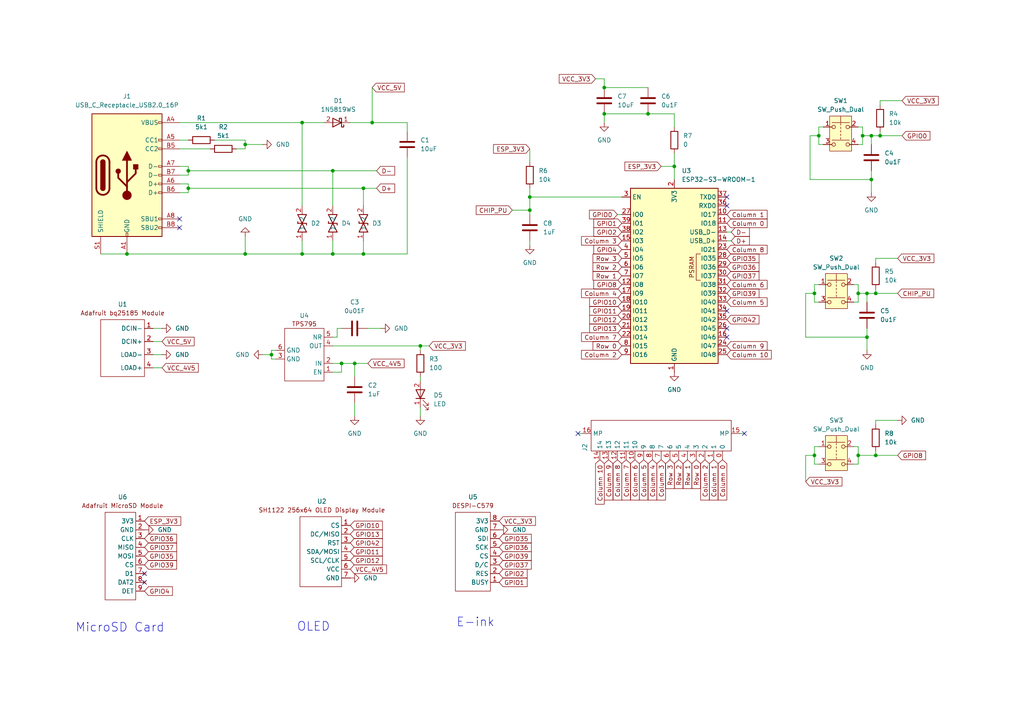
<source format=kicad_sch>
(kicad_sch (version 20250114) (generator "eeschema") (generator_version "9.0")
  (paper "A4")
  (lib_symbols
    (symbol "Connector:USB_C_Receptacle_USB2.0_16P" (pin_names (offset 1.016))
      (property "Reference" "J" (at 0 22.225 0))
      (property "Value" "USB_C_Receptacle_USB2.0_16P" (at 0 19.685 0))
      (symbol "USB_C_Receptacle_USB2.0_16P_0_0"
        (rectangle (start -0.254 -17.78) (end 0.254 -16.764))
        (rectangle (start 10.16 15.494) (end 9.144 14.986))
        (rectangle (start 10.16 10.414) (end 9.144 9.906))
        (rectangle (start 10.16 7.874) (end 9.144 7.366))
        (rectangle (start 10.16 2.794) (end 9.144 2.286))
        (rectangle (start 10.16 0.254) (end 9.144 -0.254))
        (rectangle (start 10.16 -2.286) (end 9.144 -2.794))
        (rectangle (start 10.16 -4.826) (end 9.144 -5.334))
        (rectangle (start 10.16 -12.446) (end 9.144 -12.954))
        (rectangle (start 10.16 -14.986) (end 9.144 -15.494))
      )
      (symbol "USB_C_Receptacle_USB2.0_16P_0_1"
        (rectangle (start -10.16 17.78) (end 10.16 -17.78) (stroke (width 0.254)) (fill (type background)))
        (polyline (pts (xy -8.89 -3.81) (xy -8.89 3.81)) (stroke (width 0.508)))
        (rectangle (start -7.62 -3.81) (end -6.35 3.81) (stroke (width 0.254)) (fill (type outline)))
        (arc (start -7.62 3.81) (mid -6.985 4.4423) (end -6.35 3.81) (stroke (width 0.254)))
        (arc (start -7.62 3.81) (mid -6.985 4.4423) (end -6.35 3.81) (stroke (width 0.254)) (fill (type outline)))
        (arc (start -8.89 3.81) (mid -6.985 5.7067) (end -5.08 3.81) (stroke (width 0.508)))
        (arc (start -5.08 -3.81) (mid -6.985 -5.7067) (end -8.89 -3.81) (stroke (width 0.508)))
        (arc (start -6.35 -3.81) (mid -6.985 -4.4423) (end -7.62 -3.81) (stroke (width 0.254)))
        (arc (start -6.35 -3.81) (mid -6.985 -4.4423) (end -7.62 -3.81) (stroke (width 0.254)) (fill (type outline)))
        (polyline (pts (xy -5.08 3.81) (xy -5.08 -3.81)) (stroke (width 0.508)))
        (circle (center -2.54 1.143) (radius 0.635) (stroke (width 0.254)) (fill (type outline)))
        (polyline (pts (xy -1.27 4.318) (xy 0 6.858) (xy 1.27 4.318) (xy -1.27 4.318)) (stroke (width 0.254)) (fill (type outline)))
        (polyline (pts (xy 0 -2.032) (xy 2.54 0.508) (xy 2.54 1.778)) (stroke (width 0.508)))
        (polyline (pts (xy 0 -3.302) (xy -2.54 -0.762) (xy -2.54 0.508)) (stroke (width 0.508)))
        (polyline (pts (xy 0 -5.842) (xy 0 4.318)) (stroke (width 0.508)))
        (circle (center 0 -5.842) (radius 1.27) (fill (type outline)))
        (rectangle (start 1.905 1.778) (end 3.175 3.048) (stroke (width 0.254)) (fill (type outline)))
      )
      (symbol "USB_C_Receptacle_USB2.0_16P_1_1"
        (pin passive line (at -7.62 -22.86 90) (length 5.08) (name "SHIELD") (number "S1"))
        (pin passive line (at 0 -22.86 90) (length 5.08) (name "GND") (number "A1"))
        (pin passive line (at 0 -22.86 90) (length 5.08) (hide yes) (name "GND") (number "A12"))
        (pin passive line (at 0 -22.86 90) (length 5.08) (hide yes) (name "GND") (number "B1"))
        (pin passive line (at 0 -22.86 90) (length 5.08) (hide yes) (name "GND") (number "B12"))
        (pin passive line (at 15.24 15.24 180) (length 5.08) (name "VBUS") (number "A4"))
        (pin passive line (at 15.24 15.24 180) (length 5.08) (hide yes) (name "VBUS") (number "A9"))
        (pin passive line (at 15.24 15.24 180) (length 5.08) (hide yes) (name "VBUS") (number "B4"))
        (pin passive line (at 15.24 15.24 180) (length 5.08) (hide yes) (name "VBUS") (number "B9"))
        (pin bidirectional line (at 15.24 10.16 180) (length 5.08) (name "CC1") (number "A5"))
        (pin bidirectional line (at 15.24 7.62 180) (length 5.08) (name "CC2") (number "B5"))
        (pin bidirectional line (at 15.24 2.54 180) (length 5.08) (name "D-") (number "A7"))
        (pin bidirectional line (at 15.24 0 180) (length 5.08) (name "D-") (number "B7"))
        (pin bidirectional line (at 15.24 -2.54 180) (length 5.08) (name "D+") (number "A6"))
        (pin bidirectional line (at 15.24 -5.08 180) (length 5.08) (name "D+") (number "B6"))
        (pin bidirectional line (at 15.24 -12.7 180) (length 5.08) (name "SBU1") (number "A8"))
        (pin bidirectional line (at 15.24 -15.24 180) (length 5.08) (name "SBU2") (number "B8"))
      )
    )
    (symbol "Custom:Adafruit_MicroSD_Module"
      (property "Reference" "U" (at 0 29.845 0))
      (symbol "Adafruit_MicroSD_Module_0_1"
        (rectangle (start -5.08 25.4) (end 3.81 0))
      )
      (symbol "Adafruit_MicroSD_Module_1_1"
        (text "Adafruit MicroSD Module" (at 0 27.305 0) (effects (font (size 1.27 1.27))))
        (pin power_in line (at 6.35 22.86 180) (length 2.54) (name "3V3") (number "1"))
        (pin power_in line (at 6.35 20.32 180) (length 2.54) (name "GND") (number "2"))
        (pin input line (at 6.35 17.78 180) (length 2.54) (name "CLK") (number "3"))
        (pin output line (at 6.35 15.24 180) (length 2.54) (name "MISO") (number "4"))
        (pin input line (at 6.35 12.7 180) (length 2.54) (name "MOSI") (number "5"))
        (pin input line (at 6.35 10.16 180) (length 2.54) (name "CS") (number "6"))
        (pin no_connect line (at 6.35 7.62 180) (length 2.54) (name "D1") (number "7"))
        (pin no_connect line (at 6.35 5.08 180) (length 2.54) (name "DAT2") (number "8"))
        (pin output line (at 6.35 2.54 180) (length 2.54) (name "DET") (number "9"))
      )
    )
    (symbol "Custom:Adafruit_bq25185_Module"
      (property "Reference" "U" (at 0 20.955 0))
      (symbol "Adafruit_bq25185_Module_0_1"
        (rectangle (start -6.35 16.51) (end 6.35 0))
      )
      (symbol "Adafruit_bq25185_Module_1_1"
        (text "Adafruit bq25185 Module" (at 0 18.415 0) (effects (font (size 1.27 1.27))))
        (pin input line (at 8.89 13.97 180) (length 2.54) (name "DCIN-") (number "1"))
        (pin output line (at 8.89 10.16 180) (length 2.54) (name "DCIN+") (number "2"))
        (pin input line (at 8.89 6.35 180) (length 2.54) (name "LOAD-") (number "3"))
        (pin output line (at 8.89 2.54 180) (length 2.54) (name "LOAD+") (number "4"))
      )
    )
    (symbol "Custom:DESPI-C579"
      (property "Reference" "U" (at 0 27.305 0))
      (symbol "DESPI-C579_0_1"
        (rectangle (start -5.08 22.86) (end 5.08 0))
      )
      (symbol "DESPI-C579_1_1"
        (text "DESPI-C579" (at 0 24.765 0) (effects (font (size 1.27 1.27))))
        (pin power_in line (at 7.62 20.32 180) (length 2.54) (name "3V3") (number "8"))
        (pin power_in line (at 7.62 17.78 180) (length 2.54) (name "GND") (number "7"))
        (pin input line (at 7.62 15.24 180) (length 2.54) (name "SDI") (number "6"))
        (pin input line (at 7.62 12.7 180) (length 2.54) (name "SCK") (number "5"))
        (pin input line (at 7.62 10.16 180) (length 2.54) (name "CS") (number "4"))
        (pin output line (at 7.62 7.62 180) (length 2.54) (name "D/C") (number "3"))
        (pin input line (at 7.62 5.08 180) (length 2.54) (name "RES") (number "2"))
        (pin output line (at 7.62 2.54 180) (length 2.54) (name "BUSY") (number "1"))
      )
    )
    (symbol "Custom:FPC-1.0FX-15PWCR-H20"
      (property "Reference" "J" (at 7.874 -2.54 0))
      (symbol "FPC-1.0FX-15PWCR-H20_0_1"
        (rectangle (start 0 40.64) (end 8.89 0))
      )
      (symbol "FPC-1.0FX-15PWCR-H20_1_1"
        (pin power_in line (at 3.81 43.18 270) (length 2.54) (name "MP") (number "15"))
        (pin power_in line (at 3.81 -2.54 90) (length 2.54) (name "MP") (number "16"))
        (pin bidirectional line (at 11.43 38.1 180) (length 2.54) (name "0") (number "0"))
        (pin bidirectional line (at 11.43 35.56 180) (length 2.54) (name "1") (number "1"))
        (pin bidirectional line (at 11.43 33.02 180) (length 2.54) (name "2") (number "2"))
        (pin bidirectional line (at 11.43 30.48 180) (length 2.54) (name "3") (number "3"))
        (pin bidirectional line (at 11.43 27.94 180) (length 2.54) (name "4") (number "4"))
        (pin bidirectional line (at 11.43 25.4 180) (length 2.54) (name "5") (number "5"))
        (pin bidirectional line (at 11.43 22.86 180) (length 2.54) (name "6") (number "6"))
        (pin bidirectional line (at 11.43 20.32 180) (length 2.54) (name "7") (number "7"))
        (pin bidirectional line (at 11.43 17.78 180) (length 2.54) (name "8") (number "8"))
        (pin bidirectional line (at 11.43 15.24 180) (length 2.54) (name "9") (number "9"))
        (pin bidirectional line (at 11.43 12.7 180) (length 2.54) (name "10") (number "10"))
        (pin bidirectional line (at 11.43 10.16 180) (length 2.54) (name "11") (number "11"))
        (pin bidirectional line (at 11.43 7.62 180) (length 2.54) (name "12") (number "12"))
        (pin bidirectional line (at 11.43 5.08 180) (length 2.54) (name "13") (number "13"))
        (pin bidirectional line (at 11.43 2.54 180) (length 2.54) (name "14") (number "14"))
      )
    )
    (symbol "Custom:LESD5D5.0CT1G"
      (property "Reference" "D" (at 0 2.54 0))
      (symbol "LESD5D5.0CT1G_0_1"
        (polyline (pts (xy -2.54 -1.27) (xy -2.54 1.27) (xy 0 0) (xy -2.54 -1.27)) (stroke (width 0.254)))
        (polyline (pts (xy -0.508 -1.27) (xy 0 -1.27) (xy 0 1.27)) (stroke (width 0.254)))
        (polyline (pts (xy 0.508 1.27) (xy 0 1.27) (xy 0 1.27)) (stroke (width 0.254)))
        (polyline (pts (xy 2.54 1.27) (xy 2.54 -1.27) (xy 0 0) (xy 2.54 1.27)) (stroke (width 0.254)))
      )
      (symbol "LESD5D5.0CT1G_1_1"
        (pin passive line (at -5.08 0 0) (length 2.54) (name "1") (number "1"))
        (pin passive line (at 5.08 0 180) (length 2.54) (name "2") (number "2"))
      )
    )
    (symbol "Custom:SH1122_256x64_OLED_Display_Module"
      (property "Reference" "U" (at 0 24.765 0))
      (symbol "SH1122_256x64_OLED_Display_Module_0_1"
        (rectangle (start -6.35 20.32) (end 5.715 0))
      )
      (symbol "SH1122_256x64_OLED_Display_Module_1_1"
        (text "SH1122 256x64 OLED Display Module" (at 0 22.225 0) (effects (font (size 1.27 1.27))))
        (pin input line (at 8.255 17.78 180) (length 2.54) (name "CS") (number "1"))
        (pin output line (at 8.255 15.24 180) (length 2.54) (name "DC/MISO") (number "2"))
        (pin input line (at 8.255 12.7 180) (length 2.54) (name "RST") (number "3"))
        (pin input line (at 8.255 10.16 180) (length 2.54) (name "SDA/MOSI") (number "4"))
        (pin input line (at 8.255 7.62 180) (length 2.54) (name "SCL/CLK") (number "5"))
        (pin power_in line (at 8.255 5.08 180) (length 2.54) (name "VCC") (number "6"))
        (pin power_in line (at 8.255 2.54 180) (length 2.54) (name "GND") (number "7"))
      )
    )
    (symbol "Custom:TPS795"
      (property "Reference" "U" (at 0 12.065 0))
      (symbol "TPS795_0_1"
        (rectangle (start -5.715 7.62) (end 5.715 -7.62))
      )
      (symbol "TPS795_1_1"
        (text "TPS795" (at 0 8.89 0) (effects (font (size 1.27 1.27))))
        (pin power_in line (at -8.255 1.27 0) (length 2.54) (name "GND") (number "6"))
        (pin power_in line (at -8.255 -1.27 0) (length 2.54) (name "GND") (number "3"))
        (pin output line (at 8.255 5.08 180) (length 2.54) (name "NR") (number "5"))
        (pin power_out line (at 8.255 2.54 180) (length 2.54) (name "OUT") (number "4"))
        (pin input line (at 8.255 -2.54 180) (length 2.54) (name "IN") (number "2"))
        (pin input line (at 8.255 -5.08 180) (length 2.54) (name "EN") (number "1"))
      )
    )
    (symbol "Device:C" (pin_numbers (hide yes)) (pin_names (offset 0.254))
      (property "Reference" "C" (at 0.635 2.54 0))
      (property "Value" "C" (at 0.635 -2.54 0))
      (symbol "C_0_1"
        (polyline (pts (xy -2.032 0.762) (xy 2.032 0.762)) (stroke (width 0.508)))
        (polyline (pts (xy -2.032 -0.762) (xy 2.032 -0.762)) (stroke (width 0.508)))
      )
      (symbol "C_1_1"
        (pin passive line (at 0 3.81 270) (length 2.794) (name "~") (number "1"))
        (pin passive line (at 0 -3.81 90) (length 2.794) (name "~") (number "2"))
      )
    )
    (symbol "Device:LED" (pin_names (offset 1.016) (hide yes))
      (property "Reference" "D" (at 0 2.54 0))
      (property "Value" "LED" (at 0 -2.54 0))
      (symbol "LED_0_1"
        (polyline (pts (xy -3.048 -0.762) (xy -4.572 -2.286) (xy -3.81 -2.286) (xy -4.572 -2.286) (xy -4.572 -1.524)))
        (polyline (pts (xy -1.778 -0.762) (xy -3.302 -2.286) (xy -2.54 -2.286) (xy -3.302 -2.286) (xy -3.302 -1.524)))
        (polyline (pts (xy -1.27 0) (xy 1.27 0)))
        (polyline (pts (xy -1.27 -1.27) (xy -1.27 1.27)) (stroke (width 0.254)))
        (polyline (pts (xy 1.27 -1.27) (xy 1.27 1.27) (xy -1.27 0) (xy 1.27 -1.27)) (stroke (width 0.254)))
      )
      (symbol "LED_1_1"
        (pin passive line (at -3.81 0 0) (length 2.54) (name "K") (number "1"))
        (pin passive line (at 3.81 0 180) (length 2.54) (name "A") (number "2"))
      )
    )
    (symbol "Device:R" (pin_numbers (hide yes)) (pin_names (offset 0))
      (property "Reference" "R" (at 2.032 0 90))
      (property "Value" "R" (at 0 0 90))
      (symbol "R_0_1"
        (rectangle (start -1.016 -2.54) (end 1.016 2.54) (stroke (width 0.254)))
      )
      (symbol "R_1_1"
        (pin passive line (at 0 3.81 270) (length 1.27) (name "~") (number "1"))
        (pin passive line (at 0 -3.81 90) (length 1.27) (name "~") (number "2"))
      )
    )
    (symbol "Diode:1N5819WS" (pin_names (offset 1.016) (hide yes))
      (property "Reference" "D" (at 0 2.54 0))
      (property "Value" "1N5819WS" (at 0 -2.54 0))
      (symbol "1N5819WS_0_1"
        (polyline (pts (xy -1.905 0.635) (xy -1.905 1.27) (xy -1.27 1.27) (xy -1.27 -1.27) (xy -0.635 -1.27) (xy -0.635 -0.635)) (stroke (width 0.254)))
        (polyline (pts (xy 1.27 1.27) (xy 1.27 -1.27) (xy -1.27 0) (xy 1.27 1.27)) (stroke (width 0.254)))
        (polyline (pts (xy 1.27 0) (xy -1.27 0)))
      )
      (symbol "1N5819WS_1_1"
        (pin passive line (at -3.81 0 0) (length 2.54) (name "K") (number "1"))
        (pin passive line (at 3.81 0 180) (length 2.54) (name "A") (number "2"))
      )
    )
    (symbol "RF_Module:ESP32-S3-WROOM-1"
      (property "Reference" "U" (at -12.7 26.67 0))
      (property "Value" "ESP32-S3-WROOM-1" (at 12.7 26.67 0))
      (symbol "ESP32-S3-WROOM-1_0_0"
        (rectangle (start -12.7 25.4) (end 12.7 -25.4) (stroke (width 0.254)) (fill (type background)))
        (text "PSRAM" (at 5.08 2.54 900) (effects (font (size 1.27 1.27))))
      )
      (symbol "ESP32-S3-WROOM-1_0_1"
        (polyline (pts (xy 7.62 -1.27) (xy 6.35 -1.27) (xy 6.35 6.35) (xy 7.62 6.35)))
      )
      (symbol "ESP32-S3-WROOM-1_1_1"
        (pin input line (at -15.24 22.86 0) (length 2.54) (name "EN") (number "3"))
        (pin bidirectional line (at -15.24 17.78 0) (length 2.54) (name "IO0") (number "27"))
        (pin bidirectional line (at -15.24 15.24 0) (length 2.54) (name "IO1") (number "39"))
        (pin bidirectional line (at -15.24 12.7 0) (length 2.54) (name "IO2") (number "38"))
        (pin bidirectional line (at -15.24 10.16 0) (length 2.54) (name "IO3") (number "15"))
        (pin bidirectional line (at -15.24 7.62 0) (length 2.54) (name "IO4") (number "4"))
        (pin bidirectional line (at -15.24 5.08 0) (length 2.54) (name "IO5") (number "5"))
        (pin bidirectional line (at -15.24 2.54 0) (length 2.54) (name "IO6") (number "6"))
        (pin bidirectional line (at -15.24 0 0) (length 2.54) (name "IO7") (number "7"))
        (pin bidirectional line (at -15.24 -2.54 0) (length 2.54) (name "IO8") (number "12"))
        (pin bidirectional line (at -15.24 -5.08 0) (length 2.54) (name "IO9") (number "17"))
        (pin bidirectional line (at -15.24 -7.62 0) (length 2.54) (name "IO10") (number "18"))
        (pin bidirectional line (at -15.24 -10.16 0) (length 2.54) (name "IO11") (number "19"))
        (pin bidirectional line (at -15.24 -12.7 0) (length 2.54) (name "IO12") (number "20"))
        (pin bidirectional line (at -15.24 -15.24 0) (length 2.54) (name "IO13") (number "21"))
        (pin bidirectional line (at -15.24 -17.78 0) (length 2.54) (name "IO14") (number "22"))
        (pin bidirectional line (at -15.24 -20.32 0) (length 2.54) (name "IO15") (number "8"))
        (pin bidirectional line (at -15.24 -22.86 0) (length 2.54) (name "IO16") (number "9"))
        (pin power_in line (at 0 27.94 270) (length 2.54) (name "3V3") (number "2"))
        (pin power_in line (at 0 -27.94 90) (length 2.54) (name "GND") (number "1"))
        (pin passive line (at 0 -27.94 90) (length 2.54) (hide yes) (name "GND") (number "40"))
        (pin passive line (at 0 -27.94 90) (length 2.54) (hide yes) (name "GND") (number "41"))
        (pin bidirectional line (at 15.24 22.86 180) (length 2.54) (name "TXD0") (number "37"))
        (pin bidirectional line (at 15.24 20.32 180) (length 2.54) (name "RXD0") (number "36"))
        (pin bidirectional line (at 15.24 17.78 180) (length 2.54) (name "IO17") (number "10"))
        (pin bidirectional line (at 15.24 15.24 180) (length 2.54) (name "IO18") (number "11"))
        (pin bidirectional line (at 15.24 12.7 180) (length 2.54) (name "USB_D-") (number "13"))
        (pin bidirectional line (at 15.24 10.16 180) (length 2.54) (name "USB_D+") (number "14"))
        (pin bidirectional line (at 15.24 7.62 180) (length 2.54) (name "IO21") (number "23"))
        (pin bidirectional line (at 15.24 5.08 180) (length 2.54) (name "IO35") (number "28"))
        (pin bidirectional line (at 15.24 2.54 180) (length 2.54) (name "IO36") (number "29"))
        (pin bidirectional line (at 15.24 0 180) (length 2.54) (name "IO37") (number "30"))
        (pin bidirectional line (at 15.24 -2.54 180) (length 2.54) (name "IO38") (number "31"))
        (pin bidirectional line (at 15.24 -5.08 180) (length 2.54) (name "IO39") (number "32"))
        (pin bidirectional line (at 15.24 -7.62 180) (length 2.54) (name "IO40") (number "33"))
        (pin bidirectional line (at 15.24 -10.16 180) (length 2.54) (name "IO41") (number "34"))
        (pin bidirectional line (at 15.24 -12.7 180) (length 2.54) (name "IO42") (number "35"))
        (pin bidirectional line (at 15.24 -15.24 180) (length 2.54) (name "IO45") (number "26"))
        (pin bidirectional line (at 15.24 -17.78 180) (length 2.54) (name "IO46") (number "16"))
        (pin bidirectional line (at 15.24 -20.32 180) (length 2.54) (name "IO47") (number "24"))
        (pin bidirectional line (at 15.24 -22.86 180) (length 2.54) (name "IO48") (number "25"))
      )
    )
    (symbol "Switch:SW_Push_Dual" (pin_names (offset 1.016) (hide yes))
      (property "Reference" "SW" (at 0 7.62 0))
      (property "Value" "SW_Push_Dual" (at 0 -6.35 0))
      (symbol "SW_Push_Dual_0_1"
        (circle (center -2.032 2.54) (radius 0.508))
        (circle (center -2.032 -2.54) (radius 0.508))
        (polyline (pts (xy 0 3.81) (xy 0 5.588)))
        (polyline (pts (xy 0 3.048) (xy 0 3.556)))
        (polyline (pts (xy 0 2.032) (xy 0 2.54)))
        (polyline (pts (xy 0 1.016) (xy 0 1.524)))
        (polyline (pts (xy 0 0.508) (xy 0 0)))
        (polyline (pts (xy 0 -0.508) (xy 0 -1.016)))
        (circle (center 2.032 2.54) (radius 0.508))
        (circle (center 2.032 -2.54) (radius 0.508))
        (polyline (pts (xy 2.54 3.81) (xy -2.54 3.81)))
        (polyline (pts (xy 2.54 -1.27) (xy -2.54 -1.27)))
        (pin passive line (at -5.08 2.54 0) (length 2.54) (name "1") (number "1"))
        (pin passive line (at -5.08 -2.54 0) (length 2.54) (name "3") (number "3"))
        (pin passive line (at 5.08 2.54 180) (length 2.54) (name "2") (number "2"))
        (pin passive line (at 5.08 -2.54 180) (length 2.54) (name "4") (number "4"))
      )
      (symbol "SW_Push_Dual_1_1"
        (rectangle (start -3.175 5.715) (end 3.175 -4.445) (fill (type background)))
      )
    )
    (symbol "power:GND" (power) (pin_numbers (hide yes)) (pin_names (offset 0) (hide yes))
      (property "Value" "GND" (at 0 -3.81 0))
      (symbol "GND_0_1"
        (polyline (pts (xy 0 0) (xy 0 -1.27) (xy 1.27 -1.27) (xy 0 -2.54) (xy -1.27 -1.27) (xy 0 -1.27)))
      )
      (symbol "GND_1_1"
        (pin power_in line (at 0 0 270) (length 0) (name "~") (number "1"))
      )
    )
  )
  (text "MicroSD Card" (at 34.798 182.118 0) (effects (font (size 2.54 2.54))))
  (text "OLED" (at 90.932 181.864 0) (effects (font (size 2.54 2.54))))
  (text "E-ink" (at 137.922 180.594 0) (effects (font (size 2.54 2.54))))
  (junction (at 107.95 35.56))
  (junction (at 236.22 85.09))
  (junction (at 252.73 39.37))
  (junction (at 254 85.09))
  (junction (at 254 132.08))
  (junction (at 195.58 48.26))
  (junction (at 96.52 49.53))
  (junction (at 71.12 73.66))
  (junction (at 175.26 33.02))
  (junction (at 251.46 97.79))
  (junction (at 175.26 25.4))
  (junction (at 96.52 73.66))
  (junction (at 153.67 60.96))
  (junction (at 54.61 49.53))
  (junction (at 102.87 105.41))
  (junction (at 252.73 52.07))
  (junction (at 255.27 39.37))
  (junction (at 87.63 35.56))
  (junction (at 87.63 73.66))
  (junction (at 105.41 54.61))
  (junction (at 187.96 33.02))
  (junction (at 248.92 85.09))
  (junction (at 121.92 100.33))
  (junction (at 78.74 102.87))
  (junction (at 237.49 39.37))
  (junction (at 105.41 73.66))
  (junction (at 248.92 132.08))
  (junction (at 236.22 132.08))
  (junction (at 251.46 85.09))
  (junction (at 54.61 54.61))
  (junction (at 99.06 105.41))
  (junction (at 250.19 39.37))
  (junction (at 36.83 73.66))
  (junction (at 153.67 57.15))
  (junction (at 71.12 41.91))
  (no_connect (at 167.64 125.73))
  (no_connect (at 52.07 66.04))
  (no_connect (at 210.82 90.17))
  (no_connect (at 210.82 97.79))
  (no_connect (at 210.82 95.25))
  (no_connect (at 210.82 59.69))
  (no_connect (at 210.82 57.15))
  (no_connect (at 52.07 63.5))
  (no_connect (at 215.9 125.73))
  (no_connect (at 41.91 166.37))
  (no_connect (at 41.91 168.91))
  (wire (pts (xy 215.9 125.73) (xy 214.63 125.73)))
  (wire (pts (xy 105.41 69.85) (xy 105.41 73.66)))
  (wire (pts (xy 252.73 52.07) (xy 252.73 55.88)))
  (wire (pts (xy 78.74 102.87) (xy 78.74 104.14)))
  (wire (pts (xy 54.61 54.61) (xy 105.41 54.61)))
  (wire (pts (xy 71.12 43.18) (xy 71.12 41.91)))
  (wire (pts (xy 248.92 132.08) (xy 248.92 134.62)))
  (wire (pts (xy 153.67 71.12) (xy 153.67 69.85)))
  (wire (pts (xy 248.92 132.08) (xy 254 132.08)))
  (wire (pts (xy 255.27 29.21) (xy 255.27 30.48)))
  (wire (pts (xy 195.58 33.02) (xy 195.58 36.83)))
  (wire (pts (xy 255.27 39.37) (xy 261.62 39.37)))
  (wire (pts (xy 96.52 49.53) (xy 109.22 49.53)))
  (wire (pts (xy 248.92 129.54) (xy 248.92 132.08)))
  (wire (pts (xy 97.79 95.25) (xy 99.06 95.25)))
  (wire (pts (xy 153.67 57.15) (xy 153.67 60.96)))
  (wire (pts (xy 96.52 100.33) (xy 121.92 100.33)))
  (wire (pts (xy 237.49 82.55) (xy 236.22 82.55)))
  (wire (pts (xy 191.77 48.26) (xy 195.58 48.26)))
  (wire (pts (xy 96.52 107.95) (xy 99.06 107.95)))
  (wire (pts (xy 105.41 73.66) (xy 118.11 73.66)))
  (wire (pts (xy 237.49 129.54) (xy 236.22 129.54)))
  (wire (pts (xy 46.99 102.87) (xy 44.45 102.87)))
  (wire (pts (xy 153.67 57.15) (xy 180.34 57.15)))
  (wire (pts (xy 212.09 69.85) (xy 210.82 69.85)))
  (wire (pts (xy 118.11 73.66) (xy 118.11 45.72)))
  (wire (pts (xy 254 83.82) (xy 254 85.09)))
  (wire (pts (xy 195.58 33.02) (xy 187.96 33.02)))
  (wire (pts (xy 153.67 46.99) (xy 153.67 43.18)))
  (wire (pts (xy 237.49 41.91) (xy 238.76 41.91)))
  (wire (pts (xy 148.59 60.96) (xy 153.67 60.96)))
  (wire (pts (xy 251.46 85.09) (xy 251.46 87.63)))
  (wire (pts (xy 254 132.08) (xy 260.35 132.08)))
  (wire (pts (xy 247.65 134.62) (xy 248.92 134.62)))
  (wire (pts (xy 167.64 125.73) (xy 168.91 125.73)))
  (wire (pts (xy 105.41 54.61) (xy 109.22 54.61)))
  (wire (pts (xy 236.22 134.62) (xy 237.49 134.62)))
  (wire (pts (xy 52.07 43.18) (xy 60.96 43.18)))
  (wire (pts (xy 195.58 52.07) (xy 195.58 48.26)))
  (wire (pts (xy 121.92 109.22) (xy 121.92 110.49)))
  (wire (pts (xy 54.61 49.53) (xy 54.61 50.8)))
  (wire (pts (xy 36.83 73.66) (xy 71.12 73.66)))
  (wire (pts (xy 105.41 54.61) (xy 105.41 59.69)))
  (wire (pts (xy 153.67 62.23) (xy 153.67 60.96)))
  (wire (pts (xy 44.45 95.25) (xy 46.99 95.25)))
  (wire (pts (xy 260.35 74.93) (xy 254 74.93)))
  (wire (pts (xy 251.46 85.09) (xy 254 85.09)))
  (wire (pts (xy 54.61 53.34) (xy 54.61 54.61)))
  (wire (pts (xy 80.01 101.6) (xy 78.74 101.6)))
  (wire (pts (xy 153.67 54.61) (xy 153.67 57.15)))
  (wire (pts (xy 254 121.92) (xy 254 123.19)))
  (wire (pts (xy 238.76 36.83) (xy 237.49 36.83)))
  (wire (pts (xy 247.65 129.54) (xy 248.92 129.54)))
  (wire (pts (xy 250.19 39.37) (xy 250.19 41.91)))
  (wire (pts (xy 195.58 44.45) (xy 195.58 48.26)))
  (wire (pts (xy 175.26 35.56) (xy 175.26 33.02)))
  (wire (pts (xy 121.92 118.11) (xy 121.92 120.65)))
  (wire (pts (xy 121.92 100.33) (xy 121.92 101.6)))
  (wire (pts (xy 233.68 97.79) (xy 251.46 97.79)))
  (wire (pts (xy 96.52 105.41) (xy 99.06 105.41)))
  (wire (pts (xy 175.26 33.02) (xy 187.96 33.02)))
  (wire (pts (xy 247.65 87.63) (xy 248.92 87.63)))
  (wire (pts (xy 248.92 41.91) (xy 250.19 41.91)))
  (wire (pts (xy 97.79 97.79) (xy 96.52 97.79)))
  (wire (pts (xy 233.68 132.08) (xy 233.68 139.7)))
  (wire (pts (xy 52.07 53.34) (xy 54.61 53.34)))
  (wire (pts (xy 236.22 85.09) (xy 233.68 85.09)))
  (wire (pts (xy 107.95 25.4) (xy 107.95 35.56)))
  (wire (pts (xy 107.95 35.56) (xy 118.11 35.56)))
  (wire (pts (xy 250.19 36.83) (xy 250.19 39.37)))
  (wire (pts (xy 52.07 40.64) (xy 54.61 40.64)))
  (wire (pts (xy 102.87 116.84) (xy 102.87 120.65)))
  (wire (pts (xy 237.49 36.83) (xy 237.49 39.37)))
  (wire (pts (xy 254 130.81) (xy 254 132.08)))
  (wire (pts (xy 99.06 105.41) (xy 99.06 107.95)))
  (wire (pts (xy 252.73 39.37) (xy 255.27 39.37)))
  (wire (pts (xy 233.68 85.09) (xy 233.68 97.79)))
  (wire (pts (xy 255.27 38.1) (xy 255.27 39.37)))
  (wire (pts (xy 71.12 43.18) (xy 68.58 43.18)))
  (wire (pts (xy 87.63 35.56) (xy 87.63 59.69)))
  (wire (pts (xy 172.72 22.86) (xy 175.26 22.86)))
  (wire (pts (xy 175.26 25.4) (xy 187.96 25.4)))
  (wire (pts (xy 260.35 121.92) (xy 254 121.92)))
  (wire (pts (xy 106.68 95.25) (xy 110.49 95.25)))
  (wire (pts (xy 99.06 105.41) (xy 102.87 105.41)))
  (wire (pts (xy 254 85.09) (xy 260.35 85.09)))
  (wire (pts (xy 234.95 39.37) (xy 234.95 52.07)))
  (wire (pts (xy 97.79 95.25) (xy 97.79 97.79)))
  (wire (pts (xy 102.87 105.41) (xy 102.87 109.22)))
  (wire (pts (xy 248.92 85.09) (xy 248.92 87.63)))
  (wire (pts (xy 252.73 52.07) (xy 252.73 49.53)))
  (wire (pts (xy 71.12 40.64) (xy 62.23 40.64)))
  (wire (pts (xy 236.22 132.08) (xy 236.22 134.62)))
  (wire (pts (xy 179.07 62.23) (xy 180.34 62.23)))
  (wire (pts (xy 96.52 49.53) (xy 96.52 59.69)))
  (wire (pts (xy 248.92 85.09) (xy 251.46 85.09)))
  (wire (pts (xy 118.11 35.56) (xy 118.11 38.1)))
  (wire (pts (xy 87.63 73.66) (xy 96.52 73.66)))
  (wire (pts (xy 76.2 41.91) (xy 71.12 41.91)))
  (wire (pts (xy 78.74 101.6) (xy 78.74 102.87)))
  (wire (pts (xy 237.49 39.37) (xy 237.49 41.91)))
  (wire (pts (xy 52.07 48.26) (xy 54.61 48.26)))
  (wire (pts (xy 96.52 73.66) (xy 105.41 73.66)))
  (wire (pts (xy 54.61 54.61) (xy 54.61 55.88)))
  (wire (pts (xy 237.49 39.37) (xy 234.95 39.37)))
  (wire (pts (xy 76.2 102.87) (xy 78.74 102.87)))
  (wire (pts (xy 236.22 85.09) (xy 236.22 87.63)))
  (wire (pts (xy 78.74 104.14) (xy 80.01 104.14)))
  (wire (pts (xy 102.87 105.41) (xy 106.68 105.41)))
  (wire (pts (xy 248.92 36.83) (xy 250.19 36.83)))
  (wire (pts (xy 250.19 39.37) (xy 252.73 39.37)))
  (wire (pts (xy 254 74.93) (xy 254 76.2)))
  (wire (pts (xy 87.63 35.56) (xy 93.98 35.56)))
  (wire (pts (xy 96.52 69.85) (xy 96.52 73.66)))
  (wire (pts (xy 29.21 73.66) (xy 36.83 73.66)))
  (wire (pts (xy 71.12 73.66) (xy 87.63 73.66)))
  (wire (pts (xy 248.92 82.55) (xy 248.92 85.09)))
  (wire (pts (xy 251.46 97.79) (xy 251.46 95.25)))
  (wire (pts (xy 252.73 39.37) (xy 252.73 41.91)))
  (wire (pts (xy 52.07 35.56) (xy 87.63 35.56)))
  (wire (pts (xy 44.45 99.06) (xy 46.99 99.06)))
  (wire (pts (xy 46.99 106.68) (xy 44.45 106.68)))
  (wire (pts (xy 236.22 132.08) (xy 233.68 132.08)))
  (wire (pts (xy 54.61 49.53) (xy 96.52 49.53)))
  (wire (pts (xy 236.22 82.55) (xy 236.22 85.09)))
  (wire (pts (xy 234.95 52.07) (xy 252.73 52.07)))
  (wire (pts (xy 101.6 35.56) (xy 107.95 35.56)))
  (wire (pts (xy 175.26 22.86) (xy 175.26 25.4)))
  (wire (pts (xy 71.12 41.91) (xy 71.12 40.64)))
  (wire (pts (xy 121.92 100.33) (xy 124.46 100.33)))
  (wire (pts (xy 54.61 48.26) (xy 54.61 49.53)))
  (wire (pts (xy 52.07 55.88) (xy 54.61 55.88)))
  (wire (pts (xy 71.12 68.58) (xy 71.12 73.66)))
  (wire (pts (xy 212.09 67.31) (xy 210.82 67.31)))
  (wire (pts (xy 251.46 97.79) (xy 251.46 101.6)))
  (wire (pts (xy 261.62 29.21) (xy 255.27 29.21)))
  (wire (pts (xy 236.22 87.63) (xy 237.49 87.63)))
  (wire (pts (xy 87.63 69.85) (xy 87.63 73.66)))
  (wire (pts (xy 54.61 50.8) (xy 52.07 50.8)))
  (wire (pts (xy 247.65 82.55) (xy 248.92 82.55)))
  (wire (pts (xy 236.22 129.54) (xy 236.22 132.08)))
  (global_label "Column 9" (shape input) (at 210.82 100.33 0) (property "Intersheetrefs" "${INTERSHEET_REFS}" (effects (hide yes))))
  (global_label "Column 1" (shape input) (at 207.01 133.35 270) (property "Intersheetrefs" "${INTERSHEET_REFS}" (effects (hide yes))))
  (global_label "Row 2" (shape input) (at 180.34 77.47 180) (property "Intersheetrefs" "${INTERSHEET_REFS}" (effects (hide yes))))
  (global_label "Column 8" (shape input) (at 210.82 72.39 0) (property "Intersheetrefs" "${INTERSHEET_REFS}" (effects (hide yes))))
  (global_label "VCC_5V" (shape input) (at 46.99 99.06 0) (property "Intersheetrefs" "${INTERSHEET_REFS}" (effects (hide yes))))
  (global_label "Row 3" (shape input) (at 194.31 133.35 270) (property "Intersheetrefs" "${INTERSHEET_REFS}" (effects (hide yes))))
  (global_label "GPIO4" (shape input) (at 180.34 72.39 180) (property "Intersheetrefs" "${INTERSHEET_REFS}" (effects (hide yes))))
  (global_label "Row 3" (shape input) (at 180.34 74.93 180) (property "Intersheetrefs" "${INTERSHEET_REFS}" (effects (hide yes))))
  (global_label "GPIO39" (shape input) (at 144.78 161.29 0) (property "Intersheetrefs" "${INTERSHEET_REFS}" (effects (hide yes))))
  (global_label "Column 9" (shape input) (at 176.53 133.35 270) (property "Intersheetrefs" "${INTERSHEET_REFS}" (effects (hide yes))))
  (global_label "Column 4" (shape input) (at 189.23 133.35 270) (property "Intersheetrefs" "${INTERSHEET_REFS}" (effects (hide yes))))
  (global_label "GPIO39" (shape input) (at 41.91 163.83 0) (property "Intersheetrefs" "${INTERSHEET_REFS}" (effects (hide yes))))
  (global_label "GPIO12" (shape input) (at 180.34 92.71 180) (property "Intersheetrefs" "${INTERSHEET_REFS}" (effects (hide yes))))
  (global_label "GPIO10" (shape input) (at 180.34 87.63 180) (property "Intersheetrefs" "${INTERSHEET_REFS}" (effects (hide yes))))
  (global_label "ESP_3V3" (shape input) (at 153.67 43.18 180) (property "Intersheetrefs" "${INTERSHEET_REFS}" (effects (hide yes))))
  (global_label "GPIO35" (shape input) (at 144.78 156.21 0) (property "Intersheetrefs" "${INTERSHEET_REFS}" (effects (hide yes))))
  (global_label "CHIP_PU" (shape input) (at 148.59 60.96 180) (property "Intersheetrefs" "${INTERSHEET_REFS}" (effects (hide yes))))
  (global_label "Row 0" (shape input) (at 180.34 100.33 180) (property "Intersheetrefs" "${INTERSHEET_REFS}" (effects (hide yes))))
  (global_label "GPIO1" (shape input) (at 180.34 64.77 180) (property "Intersheetrefs" "${INTERSHEET_REFS}" (effects (hide yes))))
  (global_label "GPIO0" (shape input) (at 261.62 39.37 0) (property "Intersheetrefs" "${INTERSHEET_REFS}" (effects (hide yes))))
  (global_label "GPIO2" (shape input) (at 144.78 166.37 0) (property "Intersheetrefs" "${INTERSHEET_REFS}" (effects (hide yes))))
  (global_label "Column 2" (shape input) (at 204.47 133.35 270) (property "Intersheetrefs" "${INTERSHEET_REFS}" (effects (hide yes))))
  (global_label "GPIO37" (shape input) (at 144.78 163.83 0) (property "Intersheetrefs" "${INTERSHEET_REFS}" (effects (hide yes))))
  (global_label "GPIO0" (shape input) (at 179.07 62.23 180) (property "Intersheetrefs" "${INTERSHEET_REFS}" (effects (hide yes))))
  (global_label "Column 6" (shape input) (at 210.82 82.55 0) (property "Intersheetrefs" "${INTERSHEET_REFS}" (effects (hide yes))))
  (global_label "GPIO13" (shape input) (at 180.34 95.25 180) (property "Intersheetrefs" "${INTERSHEET_REFS}" (effects (hide yes))))
  (global_label "Column 0" (shape input) (at 210.82 64.77 0) (property "Intersheetrefs" "${INTERSHEET_REFS}" (effects (hide yes))))
  (global_label "GPIO11" (shape input) (at 101.6 160.02 0) (property "Intersheetrefs" "${INTERSHEET_REFS}" (effects (hide yes))))
  (global_label "D-" (shape input) (at 212.09 67.31 0) (property "Intersheetrefs" "${INTERSHEET_REFS}" (effects (hide yes))))
  (global_label "GPIO37" (shape input) (at 41.91 158.75 0) (property "Intersheetrefs" "${INTERSHEET_REFS}" (effects (hide yes))))
  (global_label "Row 2" (shape input) (at 196.85 133.35 270) (property "Intersheetrefs" "${INTERSHEET_REFS}" (effects (hide yes))))
  (global_label "VCC_4V5" (shape input) (at 101.6 165.1 0) (property "Intersheetrefs" "${INTERSHEET_REFS}" (effects (hide yes))))
  (global_label "Column 8" (shape input) (at 179.07 133.35 270) (property "Intersheetrefs" "${INTERSHEET_REFS}" (effects (hide yes))))
  (global_label "VCC_4V5" (shape input) (at 46.99 106.68 0) (property "Intersheetrefs" "${INTERSHEET_REFS}" (effects (hide yes))))
  (global_label "Column 7" (shape input) (at 180.34 97.79 180) (property "Intersheetrefs" "${INTERSHEET_REFS}" (effects (hide yes))))
  (global_label "Row 1" (shape input) (at 199.39 133.35 270) (property "Intersheetrefs" "${INTERSHEET_REFS}" (effects (hide yes))))
  (global_label "GPIO42" (shape input) (at 210.82 92.71 0) (property "Intersheetrefs" "${INTERSHEET_REFS}" (effects (hide yes))))
  (global_label "GPIO1" (shape input) (at 144.78 168.91 0) (property "Intersheetrefs" "${INTERSHEET_REFS}" (effects (hide yes))))
  (global_label "Row 0" (shape input) (at 201.93 133.35 270) (property "Intersheetrefs" "${INTERSHEET_REFS}" (effects (hide yes))))
  (global_label "Column 5" (shape input) (at 210.82 87.63 0) (property "Intersheetrefs" "${INTERSHEET_REFS}" (effects (hide yes))))
  (global_label "GPIO36" (shape input) (at 144.78 158.75 0) (property "Intersheetrefs" "${INTERSHEET_REFS}" (effects (hide yes))))
  (global_label "Column 5" (shape input) (at 186.69 133.35 270) (property "Intersheetrefs" "${INTERSHEET_REFS}" (effects (hide yes))))
  (global_label "Column 2" (shape input) (at 180.34 102.87 180) (property "Intersheetrefs" "${INTERSHEET_REFS}" (effects (hide yes))))
  (global_label "CHIP_PU" (shape input) (at 260.35 85.09 0) (property "Intersheetrefs" "${INTERSHEET_REFS}" (effects (hide yes))))
  (global_label "Column 10" (shape input) (at 210.82 102.87 0) (property "Intersheetrefs" "${INTERSHEET_REFS}" (effects (hide yes))))
  (global_label "VCC_3V3" (shape input) (at 260.35 74.93 0) (property "Intersheetrefs" "${INTERSHEET_REFS}" (effects (hide yes))))
  (global_label "VCC_3V3" (shape input) (at 261.62 29.21 0) (property "Intersheetrefs" "${INTERSHEET_REFS}" (effects (hide yes))))
  (global_label "GPIO13" (shape input) (at 101.6 154.94 0) (property "Intersheetrefs" "${INTERSHEET_REFS}" (effects (hide yes))))
  (global_label "GPIO11" (shape input) (at 180.34 90.17 180) (property "Intersheetrefs" "${INTERSHEET_REFS}" (effects (hide yes))))
  (global_label "ESP_3V3" (shape input) (at 191.77 48.26 180) (property "Intersheetrefs" "${INTERSHEET_REFS}" (effects (hide yes))))
  (global_label "GPIO8" (shape input) (at 180.34 82.55 180) (property "Intersheetrefs" "${INTERSHEET_REFS}" (effects (hide yes))))
  (global_label "Column 6" (shape input) (at 184.15 133.35 270) (property "Intersheetrefs" "${INTERSHEET_REFS}" (effects (hide yes))))
  (global_label "Column 3" (shape input) (at 180.34 69.85 180) (property "Intersheetrefs" "${INTERSHEET_REFS}" (effects (hide yes))))
  (global_label "Column 1" (shape input) (at 210.82 62.23 0) (property "Intersheetrefs" "${INTERSHEET_REFS}" (effects (hide yes))))
  (global_label "GPIO8" (shape input) (at 260.35 132.08 0) (property "Intersheetrefs" "${INTERSHEET_REFS}" (effects (hide yes))))
  (global_label "Column 4" (shape input) (at 180.34 85.09 180) (property "Intersheetrefs" "${INTERSHEET_REFS}" (effects (hide yes))))
  (global_label "GPIO10" (shape input) (at 101.6 152.4 0) (property "Intersheetrefs" "${INTERSHEET_REFS}" (effects (hide yes))))
  (global_label "Column 7" (shape input) (at 181.61 133.35 270) (property "Intersheetrefs" "${INTERSHEET_REFS}" (effects (hide yes))))
  (global_label "Row 1" (shape input) (at 180.34 80.01 180) (property "Intersheetrefs" "${INTERSHEET_REFS}" (effects (hide yes))))
  (global_label "ESP_3V3" (shape input) (at 41.91 151.13 0) (property "Intersheetrefs" "${INTERSHEET_REFS}" (effects (hide yes))))
  (global_label "VCC_4V5" (shape input) (at 106.68 105.41 0) (property "Intersheetrefs" "${INTERSHEET_REFS}" (effects (hide yes))))
  (global_label "Column 3" (shape input) (at 191.77 133.35 270) (property "Intersheetrefs" "${INTERSHEET_REFS}" (effects (hide yes))))
  (global_label "GPIO35" (shape input) (at 210.82 74.93 0) (property "Intersheetrefs" "${INTERSHEET_REFS}" (effects (hide yes))))
  (global_label "GPIO36" (shape input) (at 210.82 77.47 0) (property "Intersheetrefs" "${INTERSHEET_REFS}" (effects (hide yes))))
  (global_label "GPIO37" (shape input) (at 210.82 80.01 0) (property "Intersheetrefs" "${INTERSHEET_REFS}" (effects (hide yes))))
  (global_label "GPIO39" (shape input) (at 210.82 85.09 0) (property "Intersheetrefs" "${INTERSHEET_REFS}" (effects (hide yes))))
  (global_label "Column 0" (shape input) (at 209.55 133.35 270) (property "Intersheetrefs" "${INTERSHEET_REFS}" (effects (hide yes))))
  (global_label "GPIO12" (shape input) (at 101.6 162.56 0) (property "Intersheetrefs" "${INTERSHEET_REFS}" (effects (hide yes))))
  (global_label "VCC_3V3" (shape input) (at 233.68 139.7 0) (property "Intersheetrefs" "${INTERSHEET_REFS}" (effects (hide yes))))
  (global_label "VCC_3V3" (shape input) (at 144.78 151.13 0) (property "Intersheetrefs" "${INTERSHEET_REFS}" (effects (hide yes))))
  (global_label "VCC_3V3" (shape input) (at 124.46 100.33 0) (property "Intersheetrefs" "${INTERSHEET_REFS}" (effects (hide yes))))
  (global_label "GPIO4" (shape input) (at 41.91 171.45 0) (property "Intersheetrefs" "${INTERSHEET_REFS}" (effects (hide yes))))
  (global_label "D+" (shape input) (at 212.09 69.85 0) (property "Intersheetrefs" "${INTERSHEET_REFS}" (effects (hide yes))))
  (global_label "GPIO36" (shape input) (at 41.91 156.21 0) (property "Intersheetrefs" "${INTERSHEET_REFS}" (effects (hide yes))))
  (global_label "Column 10" (shape input) (at 173.99 133.35 270) (property "Intersheetrefs" "${INTERSHEET_REFS}" (effects (hide yes))))
  (global_label "GPIO42" (shape input) (at 101.6 157.48 0) (property "Intersheetrefs" "${INTERSHEET_REFS}" (effects (hide yes))))
  (global_label "VCC_5V" (shape input) (at 107.95 25.4 0) (property "Intersheetrefs" "${INTERSHEET_REFS}" (effects (hide yes))))
  (global_label "D+" (shape input) (at 109.22 54.61 0) (property "Intersheetrefs" "${INTERSHEET_REFS}" (effects (hide yes))))
  (global_label "VCC_3V3" (shape input) (at 172.72 22.86 180) (property "Intersheetrefs" "${INTERSHEET_REFS}" (effects (hide yes))))
  (global_label "GPIO35" (shape input) (at 41.91 161.29 0) (property "Intersheetrefs" "${INTERSHEET_REFS}" (effects (hide yes))))
  (global_label "D-" (shape input) (at 109.22 49.53 0) (property "Intersheetrefs" "${INTERSHEET_REFS}" (effects (hide yes))))
  (global_label "GPIO2" (shape input) (at 180.34 67.31 180) (property "Intersheetrefs" "${INTERSHEET_REFS}" (effects (hide yes))))
  (symbol (lib_id "power:GND") (at 101.6 167.64 90) (unit 1)
    (property "Reference" "#PWR013" (effects (hide yes)))
    (property "Value" "GND" (at 105.41 167.6399 90) (effects (justify right)))
    (property "Description" "Power symbol creates a global label with name \"GND\" , ground" (effects (hide yes)))
  )
  (symbol (lib_id "Device:R") (at 121.92 105.41 180) (unit 1)
    (property "Reference" "R3" (at 124.46 104.1399 0) (effects (justify right)))
    (property "Value" "100" (at 124.46 106.6799 0) (effects (justify right)))
    (property "Footprint" "Resistor_SMD:R_0805_2012Metric" (effects (hide yes)))
    (property "Description" "Resistor" (effects (hide yes)))
  )
  (symbol (lib_id "Device:R") (at 254 127 180) (unit 1)
    (property "Reference" "R8" (at 256.54 125.7299 0) (effects (justify right)))
    (property "Value" "10k" (at 256.54 128.2699 0) (effects (justify right)))
    (property "Footprint" "Resistor_SMD:R_0805_2012Metric" (effects (hide yes)))
    (property "Description" "Resistor" (effects (hide yes)))
  )
  (symbol (lib_id "Device:C") (at 102.87 113.03 0) (unit 1)
    (property "Reference" "C2" (at 106.68 111.7599 0) (effects (justify left)))
    (property "Value" "1uF" (at 106.68 114.2999 0) (effects (justify left)))
    (property "Footprint" "Capacitor_SMD:C_0805_2012Metric" (effects (hide yes)))
    (property "Description" "Unpolarized capacitor" (effects (hide yes)))
  )
  (symbol (lib_id "Device:R") (at 195.58 40.64 180) (unit 1)
    (property "Reference" "R7" (at 198.12 39.3699 0) (effects (justify right)))
    (property "Value" "0" (at 198.12 41.9099 0) (effects (justify right)))
    (property "Footprint" "Resistor_SMD:R_0805_2012Metric" (effects (hide yes)))
    (property "Description" "Resistor" (effects (hide yes)))
  )
  (symbol (lib_id "power:GND") (at 153.67 71.12 0) (unit 1)
    (property "Reference" "#PWR012" (effects (hide yes)))
    (property "Value" "GND" (at 153.67 76.2 0))
    (property "Description" "Power symbol creates a global label with name \"GND\" , ground" (effects (hide yes)))
  )
  (symbol (lib_id "Diode:1N5819WS") (at 97.79 35.56 180) (unit 1)
    (property "Reference" "D1" (at 98.1075 29.21 0))
    (property "Value" "1N5819WS" (at 98.1075 31.75 0))
    (property "Footprint" "Custom:1N5819HW-7-F" (effects (hide yes)))
    (property "Datasheet" "https://datasheet.lcsc.com/lcsc/2204281430_Guangdong-Hottech-1N5819WS_C191023.pdf" (effects (hide yes)))
    (property "Description" "40V 600mV@1A 1A SOD-323 Schottky Barrier Diodes, SOD-323" (effects (hide yes)))
  )
  (symbol (lib_id "Switch:SW_Push_Dual") (at 243.84 39.37 0) (unit 1)
    (property "Reference" "SW1" (at 243.84 29.21 0))
    (property "Value" "SW_Push_Dual" (at 243.84 31.75 0))
    (property "Footprint" "Custom:B3F-1000" (effects (hide yes)))
    (property "Description" "Push button switch, generic, symbol, four pins" (effects (hide yes)))
  )
  (symbol (lib_id "power:GND") (at 144.78 153.67 90) (unit 1)
    (property "Reference" "#PWR014" (effects (hide yes)))
    (property "Value" "GND" (at 148.59 153.6699 90) (effects (justify right)))
    (property "Description" "Power symbol creates a global label with name \"GND\" , ground" (effects (hide yes)))
  )
  (symbol (lib_id "Device:C") (at 175.26 29.21 0) (unit 1)
    (property "Reference" "C7" (at 179.07 27.9399 0) (effects (justify left)))
    (property "Value" "10uF" (at 179.07 30.4799 0) (effects (justify left)))
    (property "Footprint" "Capacitor_SMD:C_0805_2012Metric" (effects (hide yes)))
    (property "Description" "Unpolarized capacitor" (effects (hide yes)))
  )
  (symbol (lib_id "power:GND") (at 46.99 102.87 90) (unit 1)
    (property "Reference" "#PWR05" (effects (hide yes)))
    (property "Value" "GND" (at 50.8 102.8699 90) (effects (justify right)))
    (property "Description" "Power symbol creates a global label with name \"GND\" , ground" (effects (hide yes)))
  )
  (symbol (lib_id "Device:R") (at 255.27 34.29 180) (unit 1)
    (property "Reference" "R4" (at 257.81 33.0199 0) (effects (justify right)))
    (property "Value" "10k" (at 257.81 35.5599 0) (effects (justify right)))
    (property "Footprint" "Resistor_SMD:R_0805_2012Metric" (effects (hide yes)))
    (property "Description" "Resistor" (effects (hide yes)))
  )
  (symbol (lib_id "power:GND") (at 102.87 120.65 0) (unit 1)
    (property "Reference" "#PWR06" (effects (hide yes)))
    (property "Value" "GND" (at 102.87 125.73 0))
    (property "Description" "Power symbol creates a global label with name \"GND\" , ground" (effects (hide yes)))
  )
  (symbol (lib_id "Device:LED") (at 121.92 114.3 90) (unit 1)
    (property "Reference" "D5" (at 125.73 114.6174 90) (effects (justify right)))
    (property "Value" "LED" (at 125.73 117.1574 90) (effects (justify right)))
    (property "Footprint" "Custom:KT-0805G" (effects (hide yes)))
    (property "Description" "Light emitting diode" (effects (hide yes)))
    (property "Sim.Pins" "1=K 2=A" (effects (hide yes)))
  )
  (symbol (lib_id "Switch:SW_Push_Dual") (at 242.57 132.08 0) (unit 1)
    (property "Reference" "SW3" (at 242.57 121.92 0))
    (property "Value" "SW_Push_Dual" (at 242.57 124.46 0))
    (property "Footprint" "Custom:B3F-1000" (effects (hide yes)))
    (property "Description" "Push button switch, generic, symbol, four pins" (effects (hide yes)))
  )
  (symbol (lib_id "Device:C") (at 187.96 29.21 0) (unit 1)
    (property "Reference" "C6" (at 191.77 27.9399 0) (effects (justify left)))
    (property "Value" "0u1F" (at 191.77 30.4799 0) (effects (justify left)))
    (property "Footprint" "Capacitor_SMD:C_0805_2012Metric" (effects (hide yes)))
    (property "Description" "Unpolarized capacitor" (effects (hide yes)))
  )
  (symbol (lib_id "power:GND") (at 71.12 68.58 180) (unit 1)
    (property "Reference" "#PWR02" (effects (hide yes)))
    (property "Value" "GND" (at 71.12 63.5 0))
    (property "Description" "Power symbol creates a global label with name \"GND\" , ground" (effects (hide yes)))
  )
  (symbol (lib_id "Switch:SW_Push_Dual") (at 242.57 85.09 0) (unit 1)
    (property "Reference" "SW2" (at 242.57 74.93 0))
    (property "Value" "SW_Push_Dual" (at 242.57 77.47 0))
    (property "Footprint" "Custom:B3F-1000" (effects (hide yes)))
    (property "Description" "Push button switch, generic, symbol, four pins" (effects (hide yes)))
  )
  (symbol (lib_id "Device:R") (at 58.42 40.64 90) (unit 1)
    (property "Reference" "R1" (at 58.42 34.29 90))
    (property "Value" "5k1" (at 58.42 36.83 90))
    (property "Footprint" "Resistor_SMD:R_0805_2012Metric" (effects (hide yes)))
    (property "Description" "Resistor" (effects (hide yes)))
  )
  (symbol (lib_id "Custom:LESD5D5.0CT1G") (at 87.63 64.77 90) (unit 1)
    (property "Reference" "D2" (at 90.17 64.7699 90) (effects (justify right)))
    (property "Footprint" "Custom:LESD5D5" (effects (hide yes)))
  )
  (symbol (lib_id "Device:R") (at 64.77 43.18 270) (unit 1)
    (property "Reference" "R2" (at 64.77 36.83 90))
    (property "Value" "5k1" (at 64.77 39.37 90))
    (property "Footprint" "Resistor_SMD:R_0805_2012Metric" (effects (hide yes)))
    (property "Description" "Resistor" (effects (hide yes)))
  )
  (symbol (lib_id "Device:C") (at 102.87 95.25 270) (unit 1)
    (property "Reference" "C3" (at 102.87 87.63 90))
    (property "Value" "0u01F" (at 102.87 90.17 90))
    (property "Footprint" "Capacitor_SMD:C_0805_2012Metric" (effects (hide yes)))
    (property "Description" "Unpolarized capacitor" (effects (hide yes)))
  )
  (symbol (lib_id "Custom:DESPI-C579") (at 137.16 171.45 0) (unit 1)
    (property "Reference" "U5" (at 137.16 144.145 0))
    (property "Footprint" "Custom:DESPI-C579" (effects (hide yes)))
  )
  (symbol (lib_id "power:GND") (at 46.99 95.25 90) (unit 1)
    (property "Reference" "#PWR08" (effects (hide yes)))
    (property "Value" "GND" (at 50.8 95.2499 90) (effects (justify right)))
    (property "Description" "Power symbol creates a global label with name \"GND\" , ground" (effects (hide yes)))
  )
  (symbol (lib_id "power:GND") (at 110.49 95.25 90) (unit 1)
    (property "Reference" "#PWR07" (effects (hide yes)))
    (property "Value" "GND" (at 114.3 95.2499 90) (effects (justify right)))
    (property "Description" "Power symbol creates a global label with name \"GND\" , ground" (effects (hide yes)))
  )
  (symbol (lib_id "Device:R") (at 153.67 50.8 180) (unit 1)
    (property "Reference" "R6" (at 156.21 49.5299 0) (effects (justify right)))
    (property "Value" "10k" (at 156.21 52.0699 0) (effects (justify right)))
    (property "Footprint" "Resistor_SMD:R_0805_2012Metric" (effects (hide yes)))
    (property "Description" "Resistor" (effects (hide yes)))
  )
  (symbol (lib_id "Custom:LESD5D5.0CT1G") (at 96.52 64.77 90) (unit 1)
    (property "Reference" "D4" (at 99.06 64.7699 90) (effects (justify right)))
    (property "Footprint" "Custom:LESD5D5" (effects (hide yes)))
  )
  (symbol (lib_id "power:GND") (at 41.91 153.67 90) (unit 1)
    (property "Reference" "#PWR015" (effects (hide yes)))
    (property "Value" "GND" (at 45.72 153.6699 90) (effects (justify right)))
    (property "Description" "Power symbol creates a global label with name \"GND\" , ground" (effects (hide yes)))
  )
  (symbol (lib_id "power:GND") (at 76.2 41.91 90) (unit 1)
    (property "Reference" "#PWR01" (effects (hide yes)))
    (property "Value" "GND" (at 80.01 41.9099 90) (effects (justify right)))
    (property "Description" "Power symbol creates a global label with name \"GND\" , ground" (effects (hide yes)))
  )
  (symbol (lib_id "RF_Module:ESP32-S3-WROOM-1") (at 195.58 80.01 0) (unit 1)
    (property "Reference" "U3" (at 197.7233 49.53 0) (effects (justify left)))
    (property "Value" "ESP32-S3-WROOM-1" (at 197.7233 52.07 0) (effects (justify left)))
    (property "Footprint" "RF_Module:ESP32-S3-WROOM-1" (effects (hide yes)))
    (property "Datasheet" "https://www.espressif.com/sites/default/files/documentation/esp32-s3-wroom-1_wroom-1u_datasheet_en.pdf" (effects (hide yes)))
    (property "Description" "RF Module, ESP32-S3 SoC, Wi-Fi 802.11b/g/n, Bluetooth, BLE, 32-bit, 3.3V, onboard antenna, SMD" (effects (hide yes)))
  )
  (symbol (lib_id "Connector:USB_C_Receptacle_USB2.0_16P") (at 36.83 50.8 0) (unit 1)
    (property "Reference" "J1" (at 36.83 27.94 0))
    (property "Value" "USB_C_Receptacle_USB2.0_16P" (at 36.83 30.48 0))
    (property "Footprint" "Custom:USB_C_Receptacle_16P" (effects (hide yes)))
    (property "Datasheet" "https://www.usb.org/sites/default/files/documents/usb_type-c.zip" (effects (hide yes)))
    (property "Description" "USB 2.0-only 16P Type-C Receptacle connector" (effects (hide yes)))
  )
  (symbol (lib_id "Device:C") (at 153.67 66.04 0) (unit 1)
    (property "Reference" "C8" (at 157.48 64.7699 0) (effects (justify left)))
    (property "Value" "1uF" (at 157.48 67.3099 0) (effects (justify left)))
    (property "Footprint" "Capacitor_SMD:C_0805_2012Metric" (effects (hide yes)))
    (property "Description" "Unpolarized capacitor" (effects (hide yes)))
  )
  (symbol (lib_id "Device:R") (at 254 80.01 180) (unit 1)
    (property "Reference" "R5" (at 256.54 78.7399 0) (effects (justify right)))
    (property "Value" "10k" (at 256.54 81.2799 0) (effects (justify right)))
    (property "Footprint" "Resistor_SMD:R_0805_2012Metric" (effects (hide yes)))
    (property "Description" "Resistor" (effects (hide yes)))
  )
  (symbol (lib_id "Device:C") (at 251.46 91.44 0) (unit 1)
    (property "Reference" "C5" (at 255.27 90.1699 0) (effects (justify left)))
    (property "Value" "0u1F" (at 255.27 92.7099 0) (effects (justify left)))
    (property "Footprint" "Capacitor_SMD:C_0805_2012Metric" (effects (hide yes)))
    (property "Description" "Unpolarized capacitor" (effects (hide yes)))
  )
  (symbol (lib_id "Custom:FPC-1.0FX-15PWCR-H20") (at 171.45 121.92 270) (unit 1)
    (property "Reference" "J2" (at 168.91 129.794 0) (effects (justify bottom)))
    (property "Footprint" "Custom:FPC_15" (effects (hide yes)))
  )
  (symbol (lib_id "power:GND") (at 175.26 35.56 0) (unit 1)
    (property "Reference" "#PWR011" (effects (hide yes)))
    (property "Value" "GND" (at 175.26 40.64 0))
    (property "Description" "Power symbol creates a global label with name \"GND\" , ground" (effects (hide yes)))
  )
  (symbol (lib_id "Custom:Adafruit_bq25185_Module") (at 35.56 109.22 0) (unit 1)
    (property "Reference" "U1" (at 35.56 88.265 0))
    (property "Footprint" "Custom:Adafruit bq25185 Module" (effects (hide yes)))
  )
  (symbol (lib_id "power:GND") (at 260.35 121.92 90) (unit 1)
    (property "Reference" "#PWR016" (effects (hide yes)))
    (property "Value" "GND" (at 264.16 121.9199 90) (effects (justify right)))
    (property "Description" "Power symbol creates a global label with name \"GND\" , ground" (effects (hide yes)))
  )
  (symbol (lib_id "power:GND") (at 251.46 101.6 0) (unit 1)
    (property "Reference" "#PWR010" (effects (hide yes)))
    (property "Value" "GND" (at 251.46 106.68 0))
    (property "Description" "Power symbol creates a global label with name \"GND\" , ground" (effects (hide yes)))
  )
  (symbol (lib_id "power:GND") (at 252.73 55.88 0) (unit 1)
    (property "Reference" "#PWR04" (effects (hide yes)))
    (property "Value" "GND" (at 252.73 60.96 0))
    (property "Description" "Power symbol creates a global label with name \"GND\" , ground" (effects (hide yes)))
  )
  (symbol (lib_id "power:GND") (at 195.58 107.95 0) (unit 1)
    (property "Reference" "#PWR017" (effects (hide yes)))
    (property "Value" "GND" (at 195.58 113.03 0))
    (property "Description" "Power symbol creates a global label with name \"GND\" , ground" (effects (hide yes)))
  )
  (symbol (lib_id "Custom:TPS795") (at 88.265 102.87 0) (unit 1)
    (property "Reference" "U4" (at 88.265 90.805 0) (effects (justify top)))
    (property "Footprint" "Custom:TPS795" (effects (hide yes)))
  )
  (symbol (lib_id "Custom:Adafruit_MicroSD_Module") (at 35.56 173.99 0) (unit 1)
    (property "Reference" "U6" (at 35.56 144.145 0))
    (property "Footprint" "Custom:Adafruit MicroSD Module" (effects (hide yes)))
  )
  (symbol (lib_id "Device:C") (at 252.73 45.72 0) (unit 1)
    (property "Reference" "C4" (at 256.54 44.4499 0) (effects (justify left)))
    (property "Value" "0u1F" (at 256.54 46.9899 0) (effects (justify left)))
    (property "Footprint" "Capacitor_SMD:C_0805_2012Metric" (effects (hide yes)))
    (property "Description" "Unpolarized capacitor" (effects (hide yes)))
  )
  (symbol (lib_id "power:GND") (at 76.2 102.87 270) (unit 1)
    (property "Reference" "#PWR03" (effects (hide yes)))
    (property "Value" "GND" (at 72.39 102.8699 90) (effects (justify right)))
    (property "Description" "Power symbol creates a global label with name \"GND\" , ground" (effects (hide yes)))
  )
  (symbol (lib_id "Custom:LESD5D5.0CT1G") (at 105.41 64.77 90) (unit 1)
    (property "Reference" "D3" (at 107.95 64.7699 90) (effects (justify right)))
    (property "Footprint" "Custom:LESD5D5" (effects (hide yes)))
  )
  (symbol (lib_id "Device:C") (at 118.11 41.91 0) (unit 1)
    (property "Reference" "C1" (at 121.92 40.6399 0) (effects (justify left)))
    (property "Value" "10uF" (at 121.92 43.1799 0) (effects (justify left)))
    (property "Footprint" "Capacitor_SMD:C_0805_2012Metric" (effects (hide yes)))
    (property "Description" "Unpolarized capacitor" (effects (hide yes)))
  )
  (symbol (lib_id "power:GND") (at 121.92 120.65 0) (unit 1)
    (property "Reference" "#PWR09" (effects (hide yes)))
    (property "Value" "GND" (at 121.92 125.73 0))
    (property "Description" "Power symbol creates a global label with name \"GND\" , ground" (effects (hide yes)))
  )
  (symbol (lib_id "Custom:SH1122_256x64_OLED_Display_Module") (at 93.345 170.18 0) (unit 1)
    (property "Reference" "U2" (at 93.345 145.415 0))
    (property "Footprint" "Custom:SH1122 256x64 OLED Display Module" (effects (hide yes)))
  )
)
</source>
